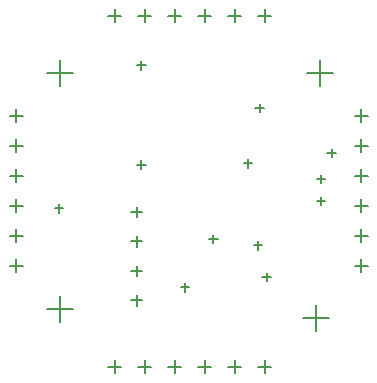
<source format=gbr>
G04*
G04 #@! TF.GenerationSoftware,Altium Limited,Altium Designer,25.8.1 (18)*
G04*
G04 Layer_Color=128*
%FSLAX25Y25*%
%MOIN*%
G70*
G04*
G04 #@! TF.SameCoordinates,8B26A7FC-FD43-4694-A22A-0022FF1C5016*
G04*
G04*
G04 #@! TF.FilePolarity,Positive*
G04*
G01*
G75*
%ADD43C,0.00500*%
D43*
X396496Y373228D02*
X400827D01*
X398661Y371063D02*
Y375394D01*
X448622Y309842D02*
X452953D01*
X450787Y307677D02*
Y312008D01*
X333661Y320000D02*
X337992D01*
X335827Y317835D02*
Y322165D01*
X386496Y256299D02*
X390827D01*
X388661Y254134D02*
Y258465D01*
X374213Y288189D02*
X377756D01*
X375984Y286417D02*
Y289961D01*
X448622Y339843D02*
X452953D01*
X450787Y337677D02*
Y342008D01*
X366496Y373228D02*
X370827D01*
X368661Y371063D02*
Y375394D01*
X374213Y307874D02*
X377756D01*
X375984Y306102D02*
Y309646D01*
X416496Y256299D02*
X420827D01*
X418661Y254134D02*
Y258465D01*
X333661Y290000D02*
X337992D01*
X335827Y287835D02*
Y292165D01*
X406496Y373228D02*
X410827D01*
X408661Y371063D02*
Y375394D01*
X448622Y319843D02*
X452953D01*
X450787Y317677D02*
Y322008D01*
X386496Y373228D02*
X390827D01*
X388661Y371063D02*
Y375394D01*
X333661Y310000D02*
X337992D01*
X335827Y307835D02*
Y312165D01*
X374213Y278346D02*
X377756D01*
X375984Y276575D02*
Y280118D01*
X396496Y256299D02*
X400827D01*
X398661Y254134D02*
Y258465D01*
X333661Y330000D02*
X337992D01*
X335827Y327835D02*
Y332165D01*
X448622Y299843D02*
X452953D01*
X450787Y297677D02*
Y302008D01*
X406496Y256299D02*
X410827D01*
X408661Y254134D02*
Y258465D01*
X374213Y298031D02*
X377756D01*
X375984Y296260D02*
Y299803D01*
X376496Y373228D02*
X380827D01*
X378661Y371063D02*
Y375394D01*
X333661Y300000D02*
X337992D01*
X335827Y297835D02*
Y302165D01*
X448622Y329842D02*
X452953D01*
X450787Y327677D02*
Y332008D01*
X376496Y256299D02*
X380827D01*
X378661Y254134D02*
Y258465D01*
X366496Y256299D02*
X370827D01*
X368661Y254134D02*
Y258465D01*
X333661Y340000D02*
X337992D01*
X335827Y337835D02*
Y342165D01*
X448622Y289843D02*
X452953D01*
X450787Y287677D02*
Y292008D01*
X416496Y373228D02*
X420827D01*
X418661Y371063D02*
Y375394D01*
X376159Y323622D02*
X378959D01*
X377559Y322222D02*
Y325022D01*
X415111Y296710D02*
X417911D01*
X416511Y295310D02*
Y298110D01*
X348600Y309055D02*
X351400D01*
X350000Y307655D02*
Y310455D01*
X376159Y356693D02*
X378959D01*
X377559Y355293D02*
Y358093D01*
X417891Y286221D02*
X420691D01*
X419291Y284821D02*
Y287620D01*
X436002Y311417D02*
X438802D01*
X437402Y310017D02*
Y312817D01*
X439545Y327559D02*
X442345D01*
X440945Y326159D02*
Y328959D01*
X436002Y318898D02*
X438802D01*
X437402Y317498D02*
Y320298D01*
X415529Y342520D02*
X418329D01*
X416929Y341120D02*
Y343920D01*
X400175Y298819D02*
X402975D01*
X401575Y297419D02*
Y300219D01*
X411592Y324016D02*
X414392D01*
X412992Y322616D02*
Y325416D01*
X432677Y354331D02*
X441339D01*
X437008Y350000D02*
Y358661D01*
X346063Y354331D02*
X354724D01*
X350394Y350000D02*
Y358661D01*
X346063Y275590D02*
X354724D01*
X350394Y271260D02*
Y279921D01*
X431496Y272441D02*
X440158D01*
X435827Y268110D02*
Y276772D01*
X390726Y282677D02*
X393526D01*
X392126Y281277D02*
Y284077D01*
M02*

</source>
